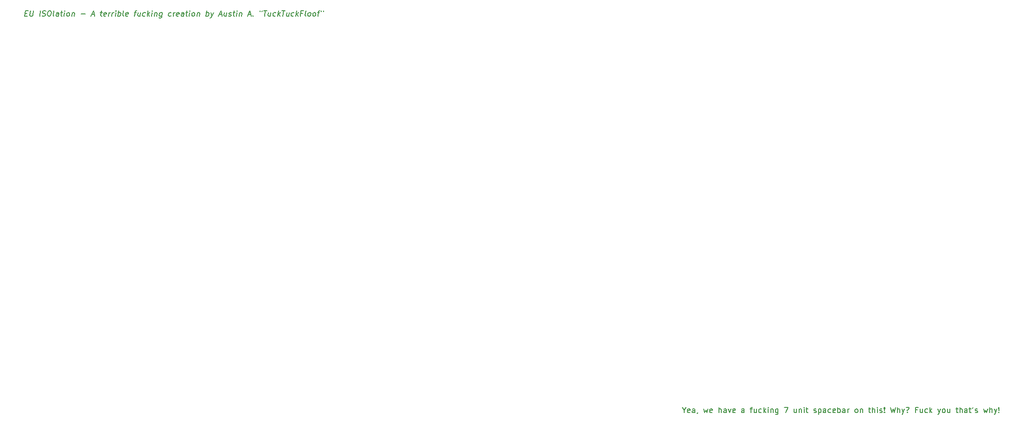
<source format=gto>
G04 #@! TF.GenerationSoftware,KiCad,Pcbnew,(5.1.5)-3*
G04 #@! TF.CreationDate,2020-01-29T14:06:00-08:00*
G04 #@! TF.ProjectId,EUISOpcb,45554953-4f70-4636-922e-6b696361645f,rev?*
G04 #@! TF.SameCoordinates,Original*
G04 #@! TF.FileFunction,Legend,Top*
G04 #@! TF.FilePolarity,Positive*
%FSLAX46Y46*%
G04 Gerber Fmt 4.6, Leading zero omitted, Abs format (unit mm)*
G04 Created by KiCad (PCBNEW (5.1.5)-3) date 2020-01-29 14:06:00*
%MOMM*%
%LPD*%
G04 APERTURE LIST*
%ADD10C,0.150000*%
%ADD11C,4.089800*%
%ADD12C,1.852000*%
%ADD13C,3.150000*%
%ADD14C,0.752000*%
%ADD15O,1.052000X0.752000*%
%ADD16O,0.902000X1.502000*%
G04 APERTURE END LIST*
D10*
X145220142Y-128627190D02*
X145220142Y-129103380D01*
X144886809Y-128103380D02*
X145220142Y-128627190D01*
X145553476Y-128103380D01*
X146267761Y-129055761D02*
X146172523Y-129103380D01*
X145982047Y-129103380D01*
X145886809Y-129055761D01*
X145839190Y-128960523D01*
X145839190Y-128579571D01*
X145886809Y-128484333D01*
X145982047Y-128436714D01*
X146172523Y-128436714D01*
X146267761Y-128484333D01*
X146315380Y-128579571D01*
X146315380Y-128674809D01*
X145839190Y-128770047D01*
X147172523Y-129103380D02*
X147172523Y-128579571D01*
X147124904Y-128484333D01*
X147029666Y-128436714D01*
X146839190Y-128436714D01*
X146743952Y-128484333D01*
X147172523Y-129055761D02*
X147077285Y-129103380D01*
X146839190Y-129103380D01*
X146743952Y-129055761D01*
X146696333Y-128960523D01*
X146696333Y-128865285D01*
X146743952Y-128770047D01*
X146839190Y-128722428D01*
X147077285Y-128722428D01*
X147172523Y-128674809D01*
X147696333Y-129055761D02*
X147696333Y-129103380D01*
X147648714Y-129198619D01*
X147601095Y-129246238D01*
X148791571Y-128436714D02*
X148982047Y-129103380D01*
X149172523Y-128627190D01*
X149363000Y-129103380D01*
X149553476Y-128436714D01*
X150315380Y-129055761D02*
X150220142Y-129103380D01*
X150029666Y-129103380D01*
X149934428Y-129055761D01*
X149886809Y-128960523D01*
X149886809Y-128579571D01*
X149934428Y-128484333D01*
X150029666Y-128436714D01*
X150220142Y-128436714D01*
X150315380Y-128484333D01*
X150363000Y-128579571D01*
X150363000Y-128674809D01*
X149886809Y-128770047D01*
X151553476Y-129103380D02*
X151553476Y-128103380D01*
X151982047Y-129103380D02*
X151982047Y-128579571D01*
X151934428Y-128484333D01*
X151839190Y-128436714D01*
X151696333Y-128436714D01*
X151601095Y-128484333D01*
X151553476Y-128531952D01*
X152886809Y-129103380D02*
X152886809Y-128579571D01*
X152839190Y-128484333D01*
X152743952Y-128436714D01*
X152553476Y-128436714D01*
X152458238Y-128484333D01*
X152886809Y-129055761D02*
X152791571Y-129103380D01*
X152553476Y-129103380D01*
X152458238Y-129055761D01*
X152410619Y-128960523D01*
X152410619Y-128865285D01*
X152458238Y-128770047D01*
X152553476Y-128722428D01*
X152791571Y-128722428D01*
X152886809Y-128674809D01*
X153267761Y-128436714D02*
X153505857Y-129103380D01*
X153743952Y-128436714D01*
X154505857Y-129055761D02*
X154410619Y-129103380D01*
X154220142Y-129103380D01*
X154124904Y-129055761D01*
X154077285Y-128960523D01*
X154077285Y-128579571D01*
X154124904Y-128484333D01*
X154220142Y-128436714D01*
X154410619Y-128436714D01*
X154505857Y-128484333D01*
X154553476Y-128579571D01*
X154553476Y-128674809D01*
X154077285Y-128770047D01*
X156172523Y-129103380D02*
X156172523Y-128579571D01*
X156124904Y-128484333D01*
X156029666Y-128436714D01*
X155839190Y-128436714D01*
X155743952Y-128484333D01*
X156172523Y-129055761D02*
X156077285Y-129103380D01*
X155839190Y-129103380D01*
X155743952Y-129055761D01*
X155696333Y-128960523D01*
X155696333Y-128865285D01*
X155743952Y-128770047D01*
X155839190Y-128722428D01*
X156077285Y-128722428D01*
X156172523Y-128674809D01*
X157267761Y-128436714D02*
X157648714Y-128436714D01*
X157410619Y-129103380D02*
X157410619Y-128246238D01*
X157458238Y-128151000D01*
X157553476Y-128103380D01*
X157648714Y-128103380D01*
X158410619Y-128436714D02*
X158410619Y-129103380D01*
X157982047Y-128436714D02*
X157982047Y-128960523D01*
X158029666Y-129055761D01*
X158124904Y-129103380D01*
X158267761Y-129103380D01*
X158363000Y-129055761D01*
X158410619Y-129008142D01*
X159315380Y-129055761D02*
X159220142Y-129103380D01*
X159029666Y-129103380D01*
X158934428Y-129055761D01*
X158886809Y-129008142D01*
X158839190Y-128912904D01*
X158839190Y-128627190D01*
X158886809Y-128531952D01*
X158934428Y-128484333D01*
X159029666Y-128436714D01*
X159220142Y-128436714D01*
X159315380Y-128484333D01*
X159743952Y-129103380D02*
X159743952Y-128103380D01*
X159839190Y-128722428D02*
X160124904Y-129103380D01*
X160124904Y-128436714D02*
X159743952Y-128817666D01*
X160553476Y-129103380D02*
X160553476Y-128436714D01*
X160553476Y-128103380D02*
X160505857Y-128151000D01*
X160553476Y-128198619D01*
X160601095Y-128151000D01*
X160553476Y-128103380D01*
X160553476Y-128198619D01*
X161029666Y-128436714D02*
X161029666Y-129103380D01*
X161029666Y-128531952D02*
X161077285Y-128484333D01*
X161172523Y-128436714D01*
X161315380Y-128436714D01*
X161410619Y-128484333D01*
X161458238Y-128579571D01*
X161458238Y-129103380D01*
X162363000Y-128436714D02*
X162363000Y-129246238D01*
X162315380Y-129341476D01*
X162267761Y-129389095D01*
X162172523Y-129436714D01*
X162029666Y-129436714D01*
X161934428Y-129389095D01*
X162363000Y-129055761D02*
X162267761Y-129103380D01*
X162077285Y-129103380D01*
X161982047Y-129055761D01*
X161934428Y-129008142D01*
X161886809Y-128912904D01*
X161886809Y-128627190D01*
X161934428Y-128531952D01*
X161982047Y-128484333D01*
X162077285Y-128436714D01*
X162267761Y-128436714D01*
X162363000Y-128484333D01*
X163505857Y-128103380D02*
X164172523Y-128103380D01*
X163743952Y-129103380D01*
X165743952Y-128436714D02*
X165743952Y-129103380D01*
X165315380Y-128436714D02*
X165315380Y-128960523D01*
X165363000Y-129055761D01*
X165458238Y-129103380D01*
X165601095Y-129103380D01*
X165696333Y-129055761D01*
X165743952Y-129008142D01*
X166220142Y-128436714D02*
X166220142Y-129103380D01*
X166220142Y-128531952D02*
X166267761Y-128484333D01*
X166363000Y-128436714D01*
X166505857Y-128436714D01*
X166601095Y-128484333D01*
X166648714Y-128579571D01*
X166648714Y-129103380D01*
X167124904Y-129103380D02*
X167124904Y-128436714D01*
X167124904Y-128103380D02*
X167077285Y-128151000D01*
X167124904Y-128198619D01*
X167172523Y-128151000D01*
X167124904Y-128103380D01*
X167124904Y-128198619D01*
X167458238Y-128436714D02*
X167839190Y-128436714D01*
X167601095Y-128103380D02*
X167601095Y-128960523D01*
X167648714Y-129055761D01*
X167743952Y-129103380D01*
X167839190Y-129103380D01*
X168886809Y-129055761D02*
X168982047Y-129103380D01*
X169172523Y-129103380D01*
X169267761Y-129055761D01*
X169315380Y-128960523D01*
X169315380Y-128912904D01*
X169267761Y-128817666D01*
X169172523Y-128770047D01*
X169029666Y-128770047D01*
X168934428Y-128722428D01*
X168886809Y-128627190D01*
X168886809Y-128579571D01*
X168934428Y-128484333D01*
X169029666Y-128436714D01*
X169172523Y-128436714D01*
X169267761Y-128484333D01*
X169743952Y-128436714D02*
X169743952Y-129436714D01*
X169743952Y-128484333D02*
X169839190Y-128436714D01*
X170029666Y-128436714D01*
X170124904Y-128484333D01*
X170172523Y-128531952D01*
X170220142Y-128627190D01*
X170220142Y-128912904D01*
X170172523Y-129008142D01*
X170124904Y-129055761D01*
X170029666Y-129103380D01*
X169839190Y-129103380D01*
X169743952Y-129055761D01*
X171077285Y-129103380D02*
X171077285Y-128579571D01*
X171029666Y-128484333D01*
X170934428Y-128436714D01*
X170743952Y-128436714D01*
X170648714Y-128484333D01*
X171077285Y-129055761D02*
X170982047Y-129103380D01*
X170743952Y-129103380D01*
X170648714Y-129055761D01*
X170601095Y-128960523D01*
X170601095Y-128865285D01*
X170648714Y-128770047D01*
X170743952Y-128722428D01*
X170982047Y-128722428D01*
X171077285Y-128674809D01*
X171982047Y-129055761D02*
X171886809Y-129103380D01*
X171696333Y-129103380D01*
X171601095Y-129055761D01*
X171553476Y-129008142D01*
X171505857Y-128912904D01*
X171505857Y-128627190D01*
X171553476Y-128531952D01*
X171601095Y-128484333D01*
X171696333Y-128436714D01*
X171886809Y-128436714D01*
X171982047Y-128484333D01*
X172791571Y-129055761D02*
X172696333Y-129103380D01*
X172505857Y-129103380D01*
X172410619Y-129055761D01*
X172363000Y-128960523D01*
X172363000Y-128579571D01*
X172410619Y-128484333D01*
X172505857Y-128436714D01*
X172696333Y-128436714D01*
X172791571Y-128484333D01*
X172839190Y-128579571D01*
X172839190Y-128674809D01*
X172363000Y-128770047D01*
X173267761Y-129103380D02*
X173267761Y-128103380D01*
X173267761Y-128484333D02*
X173363000Y-128436714D01*
X173553476Y-128436714D01*
X173648714Y-128484333D01*
X173696333Y-128531952D01*
X173743952Y-128627190D01*
X173743952Y-128912904D01*
X173696333Y-129008142D01*
X173648714Y-129055761D01*
X173553476Y-129103380D01*
X173363000Y-129103380D01*
X173267761Y-129055761D01*
X174601095Y-129103380D02*
X174601095Y-128579571D01*
X174553476Y-128484333D01*
X174458238Y-128436714D01*
X174267761Y-128436714D01*
X174172523Y-128484333D01*
X174601095Y-129055761D02*
X174505857Y-129103380D01*
X174267761Y-129103380D01*
X174172523Y-129055761D01*
X174124904Y-128960523D01*
X174124904Y-128865285D01*
X174172523Y-128770047D01*
X174267761Y-128722428D01*
X174505857Y-128722428D01*
X174601095Y-128674809D01*
X175077285Y-129103380D02*
X175077285Y-128436714D01*
X175077285Y-128627190D02*
X175124904Y-128531952D01*
X175172523Y-128484333D01*
X175267761Y-128436714D01*
X175363000Y-128436714D01*
X176601095Y-129103380D02*
X176505857Y-129055761D01*
X176458238Y-129008142D01*
X176410619Y-128912904D01*
X176410619Y-128627190D01*
X176458238Y-128531952D01*
X176505857Y-128484333D01*
X176601095Y-128436714D01*
X176743952Y-128436714D01*
X176839190Y-128484333D01*
X176886809Y-128531952D01*
X176934428Y-128627190D01*
X176934428Y-128912904D01*
X176886809Y-129008142D01*
X176839190Y-129055761D01*
X176743952Y-129103380D01*
X176601095Y-129103380D01*
X177363000Y-128436714D02*
X177363000Y-129103380D01*
X177363000Y-128531952D02*
X177410619Y-128484333D01*
X177505857Y-128436714D01*
X177648714Y-128436714D01*
X177743952Y-128484333D01*
X177791571Y-128579571D01*
X177791571Y-129103380D01*
X178886809Y-128436714D02*
X179267761Y-128436714D01*
X179029666Y-128103380D02*
X179029666Y-128960523D01*
X179077285Y-129055761D01*
X179172523Y-129103380D01*
X179267761Y-129103380D01*
X179601095Y-129103380D02*
X179601095Y-128103380D01*
X180029666Y-129103380D02*
X180029666Y-128579571D01*
X179982047Y-128484333D01*
X179886809Y-128436714D01*
X179743952Y-128436714D01*
X179648714Y-128484333D01*
X179601095Y-128531952D01*
X180505857Y-129103380D02*
X180505857Y-128436714D01*
X180505857Y-128103380D02*
X180458238Y-128151000D01*
X180505857Y-128198619D01*
X180553476Y-128151000D01*
X180505857Y-128103380D01*
X180505857Y-128198619D01*
X180934428Y-129055761D02*
X181029666Y-129103380D01*
X181220142Y-129103380D01*
X181315380Y-129055761D01*
X181363000Y-128960523D01*
X181363000Y-128912904D01*
X181315380Y-128817666D01*
X181220142Y-128770047D01*
X181077285Y-128770047D01*
X180982047Y-128722428D01*
X180934428Y-128627190D01*
X180934428Y-128579571D01*
X180982047Y-128484333D01*
X181077285Y-128436714D01*
X181220142Y-128436714D01*
X181315380Y-128484333D01*
X181791571Y-129008142D02*
X181839190Y-129055761D01*
X181791571Y-129103380D01*
X181743952Y-129055761D01*
X181791571Y-129008142D01*
X181791571Y-129103380D01*
X181791571Y-128722428D02*
X181743952Y-128151000D01*
X181791571Y-128103380D01*
X181839190Y-128151000D01*
X181791571Y-128722428D01*
X181791571Y-128103380D01*
X182934428Y-128103380D02*
X183172523Y-129103380D01*
X183363000Y-128389095D01*
X183553476Y-129103380D01*
X183791571Y-128103380D01*
X184172523Y-129103380D02*
X184172523Y-128103380D01*
X184601095Y-129103380D02*
X184601095Y-128579571D01*
X184553476Y-128484333D01*
X184458238Y-128436714D01*
X184315380Y-128436714D01*
X184220142Y-128484333D01*
X184172523Y-128531952D01*
X184982047Y-128436714D02*
X185220142Y-129103380D01*
X185458238Y-128436714D02*
X185220142Y-129103380D01*
X185124904Y-129341476D01*
X185077285Y-129389095D01*
X184982047Y-129436714D01*
X185982047Y-129008142D02*
X186029666Y-129055761D01*
X185982047Y-129103380D01*
X185934428Y-129055761D01*
X185982047Y-129008142D01*
X185982047Y-129103380D01*
X185791571Y-128151000D02*
X185886809Y-128103380D01*
X186124904Y-128103380D01*
X186220142Y-128151000D01*
X186267761Y-128246238D01*
X186267761Y-128341476D01*
X186220142Y-128436714D01*
X186172523Y-128484333D01*
X186077285Y-128531952D01*
X186029666Y-128579571D01*
X185982047Y-128674809D01*
X185982047Y-128722428D01*
X187791571Y-128579571D02*
X187458238Y-128579571D01*
X187458238Y-129103380D02*
X187458238Y-128103380D01*
X187934428Y-128103380D01*
X188743952Y-128436714D02*
X188743952Y-129103380D01*
X188315380Y-128436714D02*
X188315380Y-128960523D01*
X188362999Y-129055761D01*
X188458238Y-129103380D01*
X188601095Y-129103380D01*
X188696333Y-129055761D01*
X188743952Y-129008142D01*
X189648714Y-129055761D02*
X189553476Y-129103380D01*
X189362999Y-129103380D01*
X189267761Y-129055761D01*
X189220142Y-129008142D01*
X189172523Y-128912904D01*
X189172523Y-128627190D01*
X189220142Y-128531952D01*
X189267761Y-128484333D01*
X189362999Y-128436714D01*
X189553476Y-128436714D01*
X189648714Y-128484333D01*
X190077285Y-129103380D02*
X190077285Y-128103380D01*
X190172523Y-128722428D02*
X190458238Y-129103380D01*
X190458238Y-128436714D02*
X190077285Y-128817666D01*
X191553476Y-128436714D02*
X191791571Y-129103380D01*
X192029666Y-128436714D02*
X191791571Y-129103380D01*
X191696333Y-129341476D01*
X191648714Y-129389095D01*
X191553476Y-129436714D01*
X192553476Y-129103380D02*
X192458238Y-129055761D01*
X192410619Y-129008142D01*
X192362999Y-128912904D01*
X192362999Y-128627190D01*
X192410619Y-128531952D01*
X192458238Y-128484333D01*
X192553476Y-128436714D01*
X192696333Y-128436714D01*
X192791571Y-128484333D01*
X192839190Y-128531952D01*
X192886809Y-128627190D01*
X192886809Y-128912904D01*
X192839190Y-129008142D01*
X192791571Y-129055761D01*
X192696333Y-129103380D01*
X192553476Y-129103380D01*
X193743952Y-128436714D02*
X193743952Y-129103380D01*
X193315380Y-128436714D02*
X193315380Y-128960523D01*
X193362999Y-129055761D01*
X193458238Y-129103380D01*
X193601095Y-129103380D01*
X193696333Y-129055761D01*
X193743952Y-129008142D01*
X194839190Y-128436714D02*
X195220142Y-128436714D01*
X194982047Y-128103380D02*
X194982047Y-128960523D01*
X195029666Y-129055761D01*
X195124904Y-129103380D01*
X195220142Y-129103380D01*
X195553476Y-129103380D02*
X195553476Y-128103380D01*
X195982047Y-129103380D02*
X195982047Y-128579571D01*
X195934428Y-128484333D01*
X195839190Y-128436714D01*
X195696333Y-128436714D01*
X195601095Y-128484333D01*
X195553476Y-128531952D01*
X196886809Y-129103380D02*
X196886809Y-128579571D01*
X196839190Y-128484333D01*
X196743952Y-128436714D01*
X196553476Y-128436714D01*
X196458238Y-128484333D01*
X196886809Y-129055761D02*
X196791571Y-129103380D01*
X196553476Y-129103380D01*
X196458238Y-129055761D01*
X196410619Y-128960523D01*
X196410619Y-128865285D01*
X196458238Y-128770047D01*
X196553476Y-128722428D01*
X196791571Y-128722428D01*
X196886809Y-128674809D01*
X197220142Y-128436714D02*
X197601095Y-128436714D01*
X197362999Y-128103380D02*
X197362999Y-128960523D01*
X197410619Y-129055761D01*
X197505857Y-129103380D01*
X197601095Y-129103380D01*
X197982047Y-128103380D02*
X197886809Y-128293857D01*
X198362999Y-129055761D02*
X198458238Y-129103380D01*
X198648714Y-129103380D01*
X198743952Y-129055761D01*
X198791571Y-128960523D01*
X198791571Y-128912904D01*
X198743952Y-128817666D01*
X198648714Y-128770047D01*
X198505857Y-128770047D01*
X198410619Y-128722428D01*
X198362999Y-128627190D01*
X198362999Y-128579571D01*
X198410619Y-128484333D01*
X198505857Y-128436714D01*
X198648714Y-128436714D01*
X198743952Y-128484333D01*
X199886809Y-128436714D02*
X200077285Y-129103380D01*
X200267761Y-128627190D01*
X200458238Y-129103380D01*
X200648714Y-128436714D01*
X201029666Y-129103380D02*
X201029666Y-128103380D01*
X201458238Y-129103380D02*
X201458238Y-128579571D01*
X201410619Y-128484333D01*
X201315380Y-128436714D01*
X201172523Y-128436714D01*
X201077285Y-128484333D01*
X201029666Y-128531952D01*
X201839190Y-128436714D02*
X202077285Y-129103380D01*
X202315380Y-128436714D02*
X202077285Y-129103380D01*
X201982047Y-129341476D01*
X201934428Y-129389095D01*
X201839190Y-129436714D01*
X202696333Y-129008142D02*
X202743952Y-129055761D01*
X202696333Y-129103380D01*
X202648714Y-129055761D01*
X202696333Y-129008142D01*
X202696333Y-129103380D01*
X202696333Y-128722428D02*
X202648714Y-128151000D01*
X202696333Y-128103380D01*
X202743952Y-128151000D01*
X202696333Y-128722428D01*
X202696333Y-128103380D01*
X24845014Y-56062571D02*
X25178348Y-56062571D01*
X25255729Y-56586380D02*
X24779538Y-56586380D01*
X24904538Y-55586380D01*
X25380729Y-55586380D01*
X25809300Y-55586380D02*
X25708110Y-56395904D01*
X25743824Y-56491142D01*
X25785491Y-56538761D01*
X25874776Y-56586380D01*
X26065252Y-56586380D01*
X26166443Y-56538761D01*
X26220014Y-56491142D01*
X26279538Y-56395904D01*
X26380729Y-55586380D01*
X27493824Y-56586380D02*
X27618824Y-55586380D01*
X27928348Y-56538761D02*
X28065252Y-56586380D01*
X28303348Y-56586380D01*
X28404538Y-56538761D01*
X28458110Y-56491142D01*
X28517633Y-56395904D01*
X28529538Y-56300666D01*
X28493824Y-56205428D01*
X28452157Y-56157809D01*
X28362872Y-56110190D01*
X28178348Y-56062571D01*
X28089062Y-56014952D01*
X28047395Y-55967333D01*
X28011681Y-55872095D01*
X28023586Y-55776857D01*
X28083110Y-55681619D01*
X28136681Y-55634000D01*
X28237872Y-55586380D01*
X28475967Y-55586380D01*
X28612872Y-55634000D01*
X29237872Y-55586380D02*
X29428348Y-55586380D01*
X29517633Y-55634000D01*
X29600967Y-55729238D01*
X29624776Y-55919714D01*
X29583110Y-56253047D01*
X29511681Y-56443523D01*
X29404538Y-56538761D01*
X29303348Y-56586380D01*
X29112872Y-56586380D01*
X29023586Y-56538761D01*
X28940252Y-56443523D01*
X28916443Y-56253047D01*
X28958110Y-55919714D01*
X29029538Y-55729238D01*
X29136681Y-55634000D01*
X29237872Y-55586380D01*
X30112872Y-56586380D02*
X30023586Y-56538761D01*
X29987872Y-56443523D01*
X30095014Y-55586380D01*
X30922395Y-56586380D02*
X30987872Y-56062571D01*
X30952157Y-55967333D01*
X30862872Y-55919714D01*
X30672395Y-55919714D01*
X30571205Y-55967333D01*
X30928348Y-56538761D02*
X30827157Y-56586380D01*
X30589062Y-56586380D01*
X30499776Y-56538761D01*
X30464062Y-56443523D01*
X30475967Y-56348285D01*
X30535491Y-56253047D01*
X30636681Y-56205428D01*
X30874776Y-56205428D01*
X30975967Y-56157809D01*
X31339062Y-55919714D02*
X31720014Y-55919714D01*
X31523586Y-55586380D02*
X31416443Y-56443523D01*
X31452157Y-56538761D01*
X31541443Y-56586380D01*
X31636681Y-56586380D01*
X31970014Y-56586380D02*
X32053348Y-55919714D01*
X32095014Y-55586380D02*
X32041443Y-55634000D01*
X32083110Y-55681619D01*
X32136681Y-55634000D01*
X32095014Y-55586380D01*
X32083110Y-55681619D01*
X32589062Y-56586380D02*
X32499776Y-56538761D01*
X32458110Y-56491142D01*
X32422395Y-56395904D01*
X32458110Y-56110190D01*
X32517633Y-56014952D01*
X32571205Y-55967333D01*
X32672395Y-55919714D01*
X32815252Y-55919714D01*
X32904538Y-55967333D01*
X32946205Y-56014952D01*
X32981919Y-56110190D01*
X32946205Y-56395904D01*
X32886681Y-56491142D01*
X32833110Y-56538761D01*
X32731919Y-56586380D01*
X32589062Y-56586380D01*
X33434300Y-55919714D02*
X33350967Y-56586380D01*
X33422395Y-56014952D02*
X33475967Y-55967333D01*
X33577157Y-55919714D01*
X33720014Y-55919714D01*
X33809300Y-55967333D01*
X33845014Y-56062571D01*
X33779538Y-56586380D01*
X35065252Y-56205428D02*
X35827157Y-56205428D01*
X37005729Y-56300666D02*
X37481919Y-56300666D01*
X36874776Y-56586380D02*
X37333110Y-55586380D01*
X37541443Y-56586380D01*
X38577157Y-55919714D02*
X38958110Y-55919714D01*
X38761681Y-55586380D02*
X38654538Y-56443523D01*
X38690252Y-56538761D01*
X38779538Y-56586380D01*
X38874776Y-56586380D01*
X39595014Y-56538761D02*
X39493824Y-56586380D01*
X39303348Y-56586380D01*
X39214062Y-56538761D01*
X39178348Y-56443523D01*
X39225967Y-56062571D01*
X39285491Y-55967333D01*
X39386681Y-55919714D01*
X39577157Y-55919714D01*
X39666443Y-55967333D01*
X39702157Y-56062571D01*
X39690252Y-56157809D01*
X39202157Y-56253047D01*
X40065252Y-56586380D02*
X40148586Y-55919714D01*
X40124776Y-56110190D02*
X40184300Y-56014952D01*
X40237872Y-55967333D01*
X40339062Y-55919714D01*
X40434300Y-55919714D01*
X40684300Y-56586380D02*
X40767633Y-55919714D01*
X40743824Y-56110190D02*
X40803348Y-56014952D01*
X40856919Y-55967333D01*
X40958110Y-55919714D01*
X41053348Y-55919714D01*
X41303348Y-56586380D02*
X41386681Y-55919714D01*
X41428348Y-55586380D02*
X41374776Y-55634000D01*
X41416443Y-55681619D01*
X41470014Y-55634000D01*
X41428348Y-55586380D01*
X41416443Y-55681619D01*
X41779538Y-56586380D02*
X41904538Y-55586380D01*
X41856919Y-55967333D02*
X41958110Y-55919714D01*
X42148586Y-55919714D01*
X42237872Y-55967333D01*
X42279538Y-56014952D01*
X42315252Y-56110190D01*
X42279538Y-56395904D01*
X42220014Y-56491142D01*
X42166443Y-56538761D01*
X42065252Y-56586380D01*
X41874776Y-56586380D01*
X41785491Y-56538761D01*
X42827157Y-56586380D02*
X42737872Y-56538761D01*
X42702157Y-56443523D01*
X42809300Y-55586380D01*
X43595014Y-56538761D02*
X43493824Y-56586380D01*
X43303348Y-56586380D01*
X43214062Y-56538761D01*
X43178348Y-56443523D01*
X43225967Y-56062571D01*
X43285491Y-55967333D01*
X43386681Y-55919714D01*
X43577157Y-55919714D01*
X43666443Y-55967333D01*
X43702157Y-56062571D01*
X43690252Y-56157809D01*
X43202157Y-56253047D01*
X44767633Y-55919714D02*
X45148586Y-55919714D01*
X44827157Y-56586380D02*
X44934300Y-55729238D01*
X44993824Y-55634000D01*
X45095014Y-55586380D01*
X45190252Y-55586380D01*
X45910491Y-55919714D02*
X45827157Y-56586380D01*
X45481919Y-55919714D02*
X45416443Y-56443523D01*
X45452157Y-56538761D01*
X45541443Y-56586380D01*
X45684300Y-56586380D01*
X45785491Y-56538761D01*
X45839062Y-56491142D01*
X46737872Y-56538761D02*
X46636681Y-56586380D01*
X46446205Y-56586380D01*
X46356919Y-56538761D01*
X46315252Y-56491142D01*
X46279538Y-56395904D01*
X46315252Y-56110190D01*
X46374776Y-56014952D01*
X46428348Y-55967333D01*
X46529538Y-55919714D01*
X46720014Y-55919714D01*
X46809300Y-55967333D01*
X47160491Y-56586380D02*
X47285491Y-55586380D01*
X47303348Y-56205428D02*
X47541443Y-56586380D01*
X47624776Y-55919714D02*
X47196205Y-56300666D01*
X47970014Y-56586380D02*
X48053348Y-55919714D01*
X48095014Y-55586380D02*
X48041443Y-55634000D01*
X48083110Y-55681619D01*
X48136681Y-55634000D01*
X48095014Y-55586380D01*
X48083110Y-55681619D01*
X48529538Y-55919714D02*
X48446205Y-56586380D01*
X48517633Y-56014952D02*
X48571205Y-55967333D01*
X48672395Y-55919714D01*
X48815252Y-55919714D01*
X48904538Y-55967333D01*
X48940252Y-56062571D01*
X48874776Y-56586380D01*
X49862872Y-55919714D02*
X49761681Y-56729238D01*
X49702157Y-56824476D01*
X49648586Y-56872095D01*
X49547395Y-56919714D01*
X49404538Y-56919714D01*
X49315252Y-56872095D01*
X49785491Y-56538761D02*
X49684300Y-56586380D01*
X49493824Y-56586380D01*
X49404538Y-56538761D01*
X49362872Y-56491142D01*
X49327157Y-56395904D01*
X49362872Y-56110190D01*
X49422395Y-56014952D01*
X49475967Y-55967333D01*
X49577157Y-55919714D01*
X49767633Y-55919714D01*
X49856919Y-55967333D01*
X51452157Y-56538761D02*
X51350967Y-56586380D01*
X51160491Y-56586380D01*
X51071205Y-56538761D01*
X51029538Y-56491142D01*
X50993824Y-56395904D01*
X51029538Y-56110190D01*
X51089062Y-56014952D01*
X51142633Y-55967333D01*
X51243824Y-55919714D01*
X51434300Y-55919714D01*
X51523586Y-55967333D01*
X51874776Y-56586380D02*
X51958110Y-55919714D01*
X51934300Y-56110190D02*
X51993824Y-56014952D01*
X52047395Y-55967333D01*
X52148586Y-55919714D01*
X52243824Y-55919714D01*
X52880729Y-56538761D02*
X52779538Y-56586380D01*
X52589062Y-56586380D01*
X52499776Y-56538761D01*
X52464062Y-56443523D01*
X52511681Y-56062571D01*
X52571205Y-55967333D01*
X52672395Y-55919714D01*
X52862872Y-55919714D01*
X52952157Y-55967333D01*
X52987872Y-56062571D01*
X52975967Y-56157809D01*
X52487872Y-56253047D01*
X53779538Y-56586380D02*
X53845014Y-56062571D01*
X53809300Y-55967333D01*
X53720014Y-55919714D01*
X53529538Y-55919714D01*
X53428348Y-55967333D01*
X53785491Y-56538761D02*
X53684300Y-56586380D01*
X53446205Y-56586380D01*
X53356919Y-56538761D01*
X53321205Y-56443523D01*
X53333110Y-56348285D01*
X53392633Y-56253047D01*
X53493824Y-56205428D01*
X53731919Y-56205428D01*
X53833110Y-56157809D01*
X54196205Y-55919714D02*
X54577157Y-55919714D01*
X54380729Y-55586380D02*
X54273586Y-56443523D01*
X54309300Y-56538761D01*
X54398586Y-56586380D01*
X54493824Y-56586380D01*
X54827157Y-56586380D02*
X54910491Y-55919714D01*
X54952157Y-55586380D02*
X54898586Y-55634000D01*
X54940252Y-55681619D01*
X54993824Y-55634000D01*
X54952157Y-55586380D01*
X54940252Y-55681619D01*
X55446205Y-56586380D02*
X55356919Y-56538761D01*
X55315252Y-56491142D01*
X55279538Y-56395904D01*
X55315252Y-56110190D01*
X55374776Y-56014952D01*
X55428348Y-55967333D01*
X55529538Y-55919714D01*
X55672395Y-55919714D01*
X55761681Y-55967333D01*
X55803348Y-56014952D01*
X55839062Y-56110190D01*
X55803348Y-56395904D01*
X55743824Y-56491142D01*
X55690252Y-56538761D01*
X55589062Y-56586380D01*
X55446205Y-56586380D01*
X56291443Y-55919714D02*
X56208110Y-56586380D01*
X56279538Y-56014952D02*
X56333110Y-55967333D01*
X56434300Y-55919714D01*
X56577157Y-55919714D01*
X56666443Y-55967333D01*
X56702157Y-56062571D01*
X56636681Y-56586380D01*
X57874776Y-56586380D02*
X57999776Y-55586380D01*
X57952157Y-55967333D02*
X58053348Y-55919714D01*
X58243824Y-55919714D01*
X58333110Y-55967333D01*
X58374776Y-56014952D01*
X58410491Y-56110190D01*
X58374776Y-56395904D01*
X58315252Y-56491142D01*
X58261681Y-56538761D01*
X58160491Y-56586380D01*
X57970014Y-56586380D01*
X57880729Y-56538761D01*
X58767633Y-55919714D02*
X58922395Y-56586380D01*
X59243824Y-55919714D02*
X58922395Y-56586380D01*
X58797395Y-56824476D01*
X58743824Y-56872095D01*
X58642633Y-56919714D01*
X60291443Y-56300666D02*
X60767633Y-56300666D01*
X60160491Y-56586380D02*
X60618824Y-55586380D01*
X60827157Y-56586380D01*
X61672395Y-55919714D02*
X61589062Y-56586380D01*
X61243824Y-55919714D02*
X61178348Y-56443523D01*
X61214062Y-56538761D01*
X61303348Y-56586380D01*
X61446205Y-56586380D01*
X61547395Y-56538761D01*
X61600967Y-56491142D01*
X62023586Y-56538761D02*
X62112872Y-56586380D01*
X62303348Y-56586380D01*
X62404538Y-56538761D01*
X62464062Y-56443523D01*
X62470014Y-56395904D01*
X62434300Y-56300666D01*
X62345014Y-56253047D01*
X62202157Y-56253047D01*
X62112872Y-56205428D01*
X62077157Y-56110190D01*
X62083110Y-56062571D01*
X62142633Y-55967333D01*
X62243824Y-55919714D01*
X62386681Y-55919714D01*
X62475967Y-55967333D01*
X62815252Y-55919714D02*
X63196205Y-55919714D01*
X62999776Y-55586380D02*
X62892633Y-56443523D01*
X62928348Y-56538761D01*
X63017633Y-56586380D01*
X63112872Y-56586380D01*
X63446205Y-56586380D02*
X63529538Y-55919714D01*
X63571205Y-55586380D02*
X63517633Y-55634000D01*
X63559300Y-55681619D01*
X63612872Y-55634000D01*
X63571205Y-55586380D01*
X63559300Y-55681619D01*
X64005729Y-55919714D02*
X63922395Y-56586380D01*
X63993824Y-56014952D02*
X64047395Y-55967333D01*
X64148586Y-55919714D01*
X64291443Y-55919714D01*
X64380729Y-55967333D01*
X64416443Y-56062571D01*
X64350967Y-56586380D01*
X65577157Y-56300666D02*
X66053348Y-56300666D01*
X65446205Y-56586380D02*
X65904538Y-55586380D01*
X66112872Y-56586380D01*
X66458110Y-56491142D02*
X66499776Y-56538761D01*
X66446205Y-56586380D01*
X66404538Y-56538761D01*
X66458110Y-56491142D01*
X66446205Y-56586380D01*
X67761681Y-55586380D02*
X67737872Y-55776857D01*
X68142633Y-55586380D02*
X68118824Y-55776857D01*
X68428348Y-55586380D02*
X68999776Y-55586380D01*
X68589062Y-56586380D02*
X68714062Y-55586380D01*
X69720014Y-55919714D02*
X69636681Y-56586380D01*
X69291443Y-55919714D02*
X69225967Y-56443523D01*
X69261681Y-56538761D01*
X69350967Y-56586380D01*
X69493824Y-56586380D01*
X69595014Y-56538761D01*
X69648586Y-56491142D01*
X70547395Y-56538761D02*
X70446205Y-56586380D01*
X70255729Y-56586380D01*
X70166443Y-56538761D01*
X70124776Y-56491142D01*
X70089062Y-56395904D01*
X70124776Y-56110190D01*
X70184300Y-56014952D01*
X70237872Y-55967333D01*
X70339062Y-55919714D01*
X70529538Y-55919714D01*
X70618824Y-55967333D01*
X70970014Y-56586380D02*
X71095014Y-55586380D01*
X71112872Y-56205428D02*
X71350967Y-56586380D01*
X71434300Y-55919714D02*
X71005729Y-56300666D01*
X71761681Y-55586380D02*
X72333110Y-55586380D01*
X71922395Y-56586380D02*
X72047395Y-55586380D01*
X73053348Y-55919714D02*
X72970014Y-56586380D01*
X72624776Y-55919714D02*
X72559300Y-56443523D01*
X72595014Y-56538761D01*
X72684300Y-56586380D01*
X72827157Y-56586380D01*
X72928348Y-56538761D01*
X72981919Y-56491142D01*
X73880729Y-56538761D02*
X73779538Y-56586380D01*
X73589062Y-56586380D01*
X73499776Y-56538761D01*
X73458110Y-56491142D01*
X73422395Y-56395904D01*
X73458110Y-56110190D01*
X73517633Y-56014952D01*
X73571205Y-55967333D01*
X73672395Y-55919714D01*
X73862872Y-55919714D01*
X73952157Y-55967333D01*
X74303348Y-56586380D02*
X74428348Y-55586380D01*
X74446205Y-56205428D02*
X74684300Y-56586380D01*
X74767633Y-55919714D02*
X74339062Y-56300666D01*
X75511681Y-56062571D02*
X75178348Y-56062571D01*
X75112872Y-56586380D02*
X75237872Y-55586380D01*
X75714062Y-55586380D01*
X76112872Y-56586380D02*
X76023586Y-56538761D01*
X75987872Y-56443523D01*
X76095014Y-55586380D01*
X76636681Y-56586380D02*
X76547395Y-56538761D01*
X76505729Y-56491142D01*
X76470014Y-56395904D01*
X76505729Y-56110190D01*
X76565252Y-56014952D01*
X76618824Y-55967333D01*
X76720014Y-55919714D01*
X76862872Y-55919714D01*
X76952157Y-55967333D01*
X76993824Y-56014952D01*
X77029538Y-56110190D01*
X76993824Y-56395904D01*
X76934300Y-56491142D01*
X76880729Y-56538761D01*
X76779538Y-56586380D01*
X76636681Y-56586380D01*
X77541443Y-56586380D02*
X77452157Y-56538761D01*
X77410491Y-56491142D01*
X77374776Y-56395904D01*
X77410491Y-56110190D01*
X77470014Y-56014952D01*
X77523586Y-55967333D01*
X77624776Y-55919714D01*
X77767633Y-55919714D01*
X77856919Y-55967333D01*
X77898586Y-56014952D01*
X77934300Y-56110190D01*
X77898586Y-56395904D01*
X77839062Y-56491142D01*
X77785491Y-56538761D01*
X77684300Y-56586380D01*
X77541443Y-56586380D01*
X78243824Y-55919714D02*
X78624776Y-55919714D01*
X78303348Y-56586380D02*
X78410491Y-55729238D01*
X78470014Y-55634000D01*
X78571205Y-55586380D01*
X78666443Y-55586380D01*
X78952157Y-55586380D02*
X78928348Y-55776857D01*
X79333110Y-55586380D02*
X79309300Y-55776857D01*
%LPC*%
D11*
X276225000Y-121539000D03*
D12*
X271145000Y-121539000D03*
X281305000Y-121539000D03*
D11*
X252417000Y-121539000D03*
D12*
X247337000Y-121539000D03*
X257497000Y-121539000D03*
D11*
X95250000Y-121546000D03*
D12*
X90170000Y-121546000D03*
X100330000Y-121546000D03*
D11*
X71501000Y-121539000D03*
D12*
X66421000Y-121539000D03*
X76581000Y-121539000D03*
D11*
X173863000Y-121539000D03*
D12*
X168783000Y-121539000D03*
X178943000Y-121539000D03*
D13*
X116713000Y-128524000D03*
X231013000Y-128524000D03*
D11*
X116713000Y-113284000D03*
X231013000Y-113284000D03*
D14*
X16269000Y-61938000D03*
X17069000Y-61938000D03*
X17869000Y-61938000D03*
X19469000Y-61938000D03*
X20269000Y-61938000D03*
X21069000Y-61938000D03*
X15869000Y-62638000D03*
X17469000Y-62638000D03*
X18269000Y-62638000D03*
X19069000Y-62638000D03*
X19869000Y-62638000D03*
X21469000Y-62638000D03*
X15069000Y-63288000D03*
D15*
X22269000Y-63288000D03*
D16*
X14179000Y-56088000D03*
X23159000Y-56088000D03*
X22799000Y-62038000D03*
X14539000Y-62038000D03*
D11*
X278638000Y-121539000D03*
D12*
X273558000Y-121539000D03*
X283718000Y-121539000D03*
D11*
X259588000Y-121539000D03*
D12*
X254508000Y-121539000D03*
X264668000Y-121539000D03*
D11*
X240538000Y-121539000D03*
D12*
X235458000Y-121539000D03*
X245618000Y-121539000D03*
D11*
X221488000Y-121539000D03*
D12*
X216408000Y-121539000D03*
X226568000Y-121539000D03*
D11*
X202438000Y-121539000D03*
D12*
X197358000Y-121539000D03*
X207518000Y-121539000D03*
D11*
X183388000Y-121539000D03*
D12*
X178308000Y-121539000D03*
X188468000Y-121539000D03*
D11*
X164338000Y-121539000D03*
D12*
X159258000Y-121539000D03*
X169418000Y-121539000D03*
D11*
X145288000Y-121539000D03*
D12*
X140208000Y-121539000D03*
X150368000Y-121539000D03*
D11*
X126238000Y-121539000D03*
D12*
X121158000Y-121539000D03*
X131318000Y-121539000D03*
D11*
X107188000Y-121539000D03*
D12*
X102108000Y-121539000D03*
X112268000Y-121539000D03*
D11*
X88138000Y-121539000D03*
D12*
X83058000Y-121539000D03*
X93218000Y-121539000D03*
D11*
X69088000Y-121539000D03*
D12*
X64008000Y-121539000D03*
X74168000Y-121539000D03*
D11*
X278638000Y-102489000D03*
D12*
X273558000Y-102489000D03*
X283718000Y-102489000D03*
D11*
X259588000Y-102489000D03*
D12*
X254508000Y-102489000D03*
X264668000Y-102489000D03*
D11*
X240538000Y-102489000D03*
D12*
X235458000Y-102489000D03*
X245618000Y-102489000D03*
D11*
X221488000Y-102489000D03*
D12*
X216408000Y-102489000D03*
X226568000Y-102489000D03*
D11*
X202438000Y-102489000D03*
D12*
X197358000Y-102489000D03*
X207518000Y-102489000D03*
D11*
X183388000Y-102489000D03*
D12*
X178308000Y-102489000D03*
X188468000Y-102489000D03*
D11*
X164338000Y-102489000D03*
D12*
X159258000Y-102489000D03*
X169418000Y-102489000D03*
D11*
X145288000Y-102489000D03*
D12*
X140208000Y-102489000D03*
X150368000Y-102489000D03*
D11*
X126238000Y-102489000D03*
D12*
X121158000Y-102489000D03*
X131318000Y-102489000D03*
D11*
X107188000Y-102489000D03*
D12*
X102108000Y-102489000D03*
X112268000Y-102489000D03*
D11*
X88138000Y-102489000D03*
D12*
X83058000Y-102489000D03*
X93218000Y-102489000D03*
D11*
X69088000Y-102489000D03*
D12*
X64008000Y-102489000D03*
X74168000Y-102489000D03*
D11*
X55880000Y-100076000D03*
X55880000Y-123952000D03*
D13*
X40640000Y-100076000D03*
X40640000Y-123952000D03*
D12*
X52705000Y-112014000D03*
X42545000Y-112014000D03*
D11*
X47625000Y-112014000D03*
X10795000Y-123952000D03*
X10795000Y-100076000D03*
D13*
X26035000Y-123952000D03*
X26035000Y-100076000D03*
D12*
X13970000Y-112014000D03*
X24130000Y-112014000D03*
D11*
X19050000Y-112014000D03*
X278638000Y-83439000D03*
D12*
X273558000Y-83439000D03*
X283718000Y-83439000D03*
D11*
X259588000Y-83439000D03*
D12*
X254508000Y-83439000D03*
X264668000Y-83439000D03*
D11*
X240538000Y-83439000D03*
D12*
X235458000Y-83439000D03*
X245618000Y-83439000D03*
D11*
X221488000Y-83439000D03*
D12*
X216408000Y-83439000D03*
X226568000Y-83439000D03*
D11*
X202438000Y-83439000D03*
D12*
X197358000Y-83439000D03*
X207518000Y-83439000D03*
D11*
X183388000Y-83439000D03*
D12*
X178308000Y-83439000D03*
X188468000Y-83439000D03*
D11*
X164338000Y-83439000D03*
D12*
X159258000Y-83439000D03*
X169418000Y-83439000D03*
D11*
X145288000Y-83439000D03*
D12*
X140208000Y-83439000D03*
X150368000Y-83439000D03*
D11*
X126238000Y-83439000D03*
D12*
X121158000Y-83439000D03*
X131318000Y-83439000D03*
D11*
X107188000Y-83439000D03*
D12*
X102108000Y-83439000D03*
X112268000Y-83439000D03*
D11*
X88138000Y-83439000D03*
D12*
X83058000Y-83439000D03*
X93218000Y-83439000D03*
D11*
X69088000Y-83439000D03*
D12*
X64008000Y-83439000D03*
X74168000Y-83439000D03*
D11*
X55880000Y-61976000D03*
X55880000Y-85852000D03*
D13*
X40640000Y-61976000D03*
X40640000Y-85852000D03*
D12*
X52705000Y-73914000D03*
X42545000Y-73914000D03*
D11*
X47625000Y-73914000D03*
X10795000Y-85852000D03*
X10795000Y-61976000D03*
D13*
X26035000Y-85852000D03*
X26035000Y-61976000D03*
D12*
X13970000Y-73914000D03*
X24130000Y-73914000D03*
D11*
X19050000Y-73914000D03*
X278638000Y-64389000D03*
D12*
X273558000Y-64389000D03*
X283718000Y-64389000D03*
D11*
X259588000Y-64389000D03*
D12*
X254508000Y-64389000D03*
X264668000Y-64389000D03*
D11*
X240538000Y-64389000D03*
D12*
X235458000Y-64389000D03*
X245618000Y-64389000D03*
D11*
X221488000Y-64389000D03*
D12*
X216408000Y-64389000D03*
X226568000Y-64389000D03*
D11*
X202438000Y-64389000D03*
D12*
X197358000Y-64389000D03*
X207518000Y-64389000D03*
D11*
X183388000Y-64389000D03*
D12*
X178308000Y-64389000D03*
X188468000Y-64389000D03*
D11*
X164338000Y-64389000D03*
D12*
X159258000Y-64389000D03*
X169418000Y-64389000D03*
D11*
X145288000Y-64389000D03*
D12*
X140208000Y-64389000D03*
X150368000Y-64389000D03*
D11*
X126238000Y-64389000D03*
D12*
X121158000Y-64389000D03*
X131318000Y-64389000D03*
D11*
X107188000Y-64389000D03*
D12*
X102108000Y-64389000D03*
X112268000Y-64389000D03*
D11*
X88138000Y-64389000D03*
D12*
X83058000Y-64389000D03*
X93218000Y-64389000D03*
D11*
X69088000Y-64389000D03*
D12*
X64008000Y-64389000D03*
X74168000Y-64389000D03*
M02*

</source>
